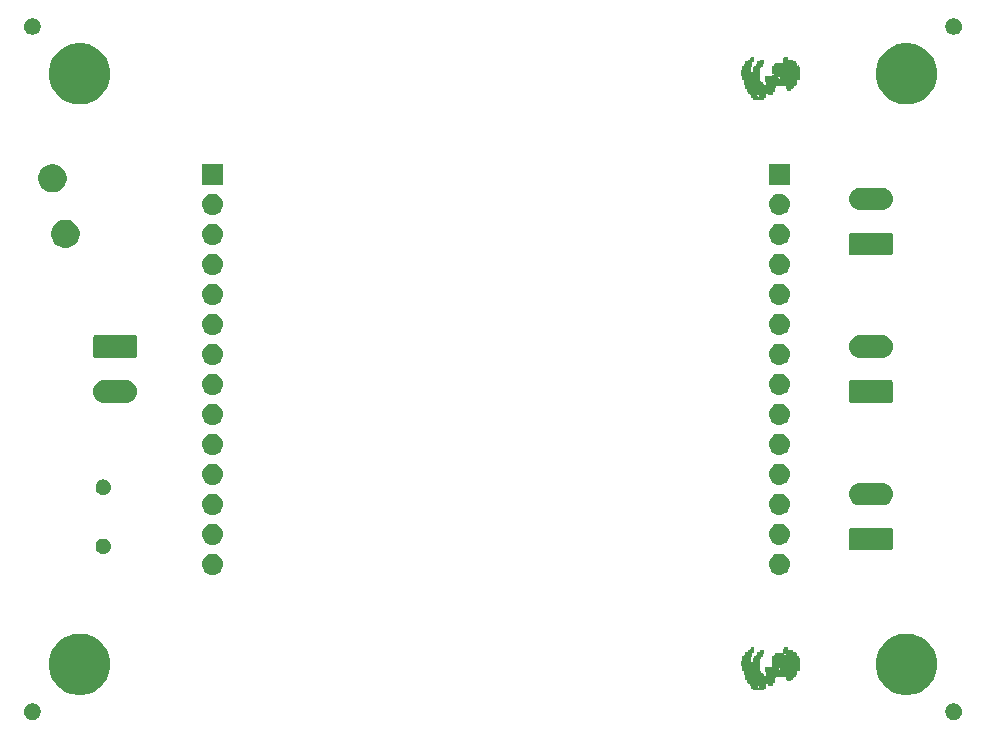
<source format=gbs>
G04 #@! TF.GenerationSoftware,KiCad,Pcbnew,(5.1.2-1)-1*
G04 #@! TF.CreationDate,2023-07-05T23:23:31-04:00*
G04 #@! TF.ProjectId,AmpClassD_Daugher,416d7043-6c61-4737-9344-5f4461756768,rev?*
G04 #@! TF.SameCoordinates,Original*
G04 #@! TF.FileFunction,Soldermask,Bot*
G04 #@! TF.FilePolarity,Negative*
%FSLAX46Y46*%
G04 Gerber Fmt 4.6, Leading zero omitted, Abs format (unit mm)*
G04 Created by KiCad (PCBNEW (5.1.2-1)-1) date 2023-07-05 23:23:31*
%MOMM*%
%LPD*%
G04 APERTURE LIST*
%ADD10C,0.010000*%
%ADD11C,0.100000*%
G04 APERTURE END LIST*
D10*
G36*
X126103000Y-40063500D02*
G01*
X126103000Y-40444500D01*
X126230000Y-40444500D01*
X126230000Y-40825500D01*
X126357000Y-40825500D01*
X126357000Y-41206500D01*
X126484000Y-41206500D01*
X126484000Y-41460500D01*
X126611000Y-41460500D01*
X126611000Y-41587500D01*
X126738000Y-41587500D01*
X126738000Y-41714500D01*
X126865000Y-41714500D01*
X126865000Y-41968500D01*
X126992000Y-41968500D01*
X126992000Y-42095500D01*
X127881000Y-42095500D01*
X127881000Y-41968500D01*
X128008000Y-41968500D01*
X128008000Y-41460500D01*
X128135000Y-41460500D01*
X128135000Y-41587500D01*
X128262000Y-41587500D01*
X128262000Y-41714500D01*
X128643000Y-41714500D01*
X128643000Y-41460500D01*
X128770000Y-41460500D01*
X128770000Y-41079500D01*
X128897000Y-41079500D01*
X128897000Y-40952500D01*
X129786000Y-40952500D01*
X129786000Y-41206500D01*
X129913000Y-41206500D01*
X129913000Y-41333500D01*
X130167000Y-41333500D01*
X130167000Y-41206500D01*
X130294000Y-41206500D01*
X130294000Y-41079500D01*
X130421000Y-41079500D01*
X130421000Y-40952500D01*
X130548000Y-40952500D01*
X130548000Y-40825500D01*
X130675000Y-40825500D01*
X130675000Y-40444500D01*
X130928975Y-40444500D01*
X130929622Y-39935865D01*
X130930270Y-39427230D01*
X130866051Y-39427948D01*
X130801832Y-39428667D01*
X130802551Y-39364448D01*
X130803270Y-39300230D01*
X130739135Y-39300948D01*
X130675000Y-39301667D01*
X130675000Y-39047500D01*
X130548000Y-39047500D01*
X130548000Y-38920500D01*
X130294000Y-38920500D01*
X130294000Y-38793500D01*
X129913000Y-38793500D01*
X129913000Y-38539500D01*
X129659000Y-38539500D01*
X129659000Y-38666500D01*
X129532000Y-38666500D01*
X129532000Y-39047500D01*
X129786000Y-39047500D01*
X129786000Y-39174500D01*
X129532000Y-39174500D01*
X129532000Y-39047500D01*
X129024000Y-39047500D01*
X129024000Y-40190500D01*
X129278000Y-40190500D01*
X129278000Y-40444500D01*
X129151000Y-40444500D01*
X129151000Y-40317500D01*
X129024000Y-40317500D01*
X129024000Y-40190500D01*
X129024000Y-39047500D01*
X128897000Y-39047500D01*
X128897000Y-39174500D01*
X128770000Y-39174500D01*
X128770000Y-39301500D01*
X128643000Y-39301500D01*
X128643000Y-39936500D01*
X128770000Y-39936500D01*
X128770000Y-40063500D01*
X128643000Y-40063500D01*
X128643000Y-40190500D01*
X128008000Y-40190500D01*
X128008000Y-40571500D01*
X128135000Y-40571500D01*
X128135000Y-40952500D01*
X127881000Y-40952500D01*
X127881000Y-40825500D01*
X127754000Y-40825500D01*
X127754000Y-40698500D01*
X127627000Y-40698500D01*
X127627000Y-40571500D01*
X127500000Y-40571500D01*
X127500000Y-39428500D01*
X127627000Y-39428500D01*
X127627000Y-39301500D01*
X127754000Y-39301500D01*
X127754000Y-39047500D01*
X127881000Y-39047500D01*
X127881000Y-38793500D01*
X127627000Y-38793500D01*
X127627000Y-38920500D01*
X127373000Y-38920500D01*
X127373000Y-39174500D01*
X127246000Y-39174500D01*
X127246000Y-39301500D01*
X127246000Y-41587500D01*
X127373000Y-41587500D01*
X127373000Y-41714500D01*
X127500000Y-41714500D01*
X127500000Y-41968500D01*
X127373000Y-41968500D01*
X127373000Y-41841500D01*
X127246000Y-41841500D01*
X127246000Y-41587500D01*
X127246000Y-39301500D01*
X127119000Y-39301500D01*
X127119000Y-39428500D01*
X126992000Y-39428500D01*
X126992000Y-39809500D01*
X126865000Y-39809500D01*
X126865000Y-40571500D01*
X126738000Y-40571500D01*
X126738000Y-39301500D01*
X126865000Y-39301500D01*
X126865000Y-38920500D01*
X126992000Y-38920500D01*
X126992000Y-38539500D01*
X126865000Y-38539500D01*
X126865000Y-38666500D01*
X126738000Y-38666500D01*
X126738000Y-38793500D01*
X126611000Y-38793500D01*
X126611000Y-38920500D01*
X126357000Y-38920500D01*
X126357000Y-39174500D01*
X126230000Y-39174500D01*
X126230000Y-39301500D01*
X126103000Y-39301500D01*
X126103000Y-39682500D01*
X125976000Y-39682500D01*
X125976000Y-40063500D01*
X126103000Y-40063500D01*
X126103000Y-40063500D01*
G37*
X126103000Y-40063500D02*
X126103000Y-40444500D01*
X126230000Y-40444500D01*
X126230000Y-40825500D01*
X126357000Y-40825500D01*
X126357000Y-41206500D01*
X126484000Y-41206500D01*
X126484000Y-41460500D01*
X126611000Y-41460500D01*
X126611000Y-41587500D01*
X126738000Y-41587500D01*
X126738000Y-41714500D01*
X126865000Y-41714500D01*
X126865000Y-41968500D01*
X126992000Y-41968500D01*
X126992000Y-42095500D01*
X127881000Y-42095500D01*
X127881000Y-41968500D01*
X128008000Y-41968500D01*
X128008000Y-41460500D01*
X128135000Y-41460500D01*
X128135000Y-41587500D01*
X128262000Y-41587500D01*
X128262000Y-41714500D01*
X128643000Y-41714500D01*
X128643000Y-41460500D01*
X128770000Y-41460500D01*
X128770000Y-41079500D01*
X128897000Y-41079500D01*
X128897000Y-40952500D01*
X129786000Y-40952500D01*
X129786000Y-41206500D01*
X129913000Y-41206500D01*
X129913000Y-41333500D01*
X130167000Y-41333500D01*
X130167000Y-41206500D01*
X130294000Y-41206500D01*
X130294000Y-41079500D01*
X130421000Y-41079500D01*
X130421000Y-40952500D01*
X130548000Y-40952500D01*
X130548000Y-40825500D01*
X130675000Y-40825500D01*
X130675000Y-40444500D01*
X130928975Y-40444500D01*
X130929622Y-39935865D01*
X130930270Y-39427230D01*
X130866051Y-39427948D01*
X130801832Y-39428667D01*
X130802551Y-39364448D01*
X130803270Y-39300230D01*
X130739135Y-39300948D01*
X130675000Y-39301667D01*
X130675000Y-39047500D01*
X130548000Y-39047500D01*
X130548000Y-38920500D01*
X130294000Y-38920500D01*
X130294000Y-38793500D01*
X129913000Y-38793500D01*
X129913000Y-38539500D01*
X129659000Y-38539500D01*
X129659000Y-38666500D01*
X129532000Y-38666500D01*
X129532000Y-39047500D01*
X129786000Y-39047500D01*
X129786000Y-39174500D01*
X129532000Y-39174500D01*
X129532000Y-39047500D01*
X129024000Y-39047500D01*
X129024000Y-40190500D01*
X129278000Y-40190500D01*
X129278000Y-40444500D01*
X129151000Y-40444500D01*
X129151000Y-40317500D01*
X129024000Y-40317500D01*
X129024000Y-40190500D01*
X129024000Y-39047500D01*
X128897000Y-39047500D01*
X128897000Y-39174500D01*
X128770000Y-39174500D01*
X128770000Y-39301500D01*
X128643000Y-39301500D01*
X128643000Y-39936500D01*
X128770000Y-39936500D01*
X128770000Y-40063500D01*
X128643000Y-40063500D01*
X128643000Y-40190500D01*
X128008000Y-40190500D01*
X128008000Y-40571500D01*
X128135000Y-40571500D01*
X128135000Y-40952500D01*
X127881000Y-40952500D01*
X127881000Y-40825500D01*
X127754000Y-40825500D01*
X127754000Y-40698500D01*
X127627000Y-40698500D01*
X127627000Y-40571500D01*
X127500000Y-40571500D01*
X127500000Y-39428500D01*
X127627000Y-39428500D01*
X127627000Y-39301500D01*
X127754000Y-39301500D01*
X127754000Y-39047500D01*
X127881000Y-39047500D01*
X127881000Y-38793500D01*
X127627000Y-38793500D01*
X127627000Y-38920500D01*
X127373000Y-38920500D01*
X127373000Y-39174500D01*
X127246000Y-39174500D01*
X127246000Y-39301500D01*
X127246000Y-41587500D01*
X127373000Y-41587500D01*
X127373000Y-41714500D01*
X127500000Y-41714500D01*
X127500000Y-41968500D01*
X127373000Y-41968500D01*
X127373000Y-41841500D01*
X127246000Y-41841500D01*
X127246000Y-41587500D01*
X127246000Y-39301500D01*
X127119000Y-39301500D01*
X127119000Y-39428500D01*
X126992000Y-39428500D01*
X126992000Y-39809500D01*
X126865000Y-39809500D01*
X126865000Y-40571500D01*
X126738000Y-40571500D01*
X126738000Y-39301500D01*
X126865000Y-39301500D01*
X126865000Y-38920500D01*
X126992000Y-38920500D01*
X126992000Y-38539500D01*
X126865000Y-38539500D01*
X126865000Y-38666500D01*
X126738000Y-38666500D01*
X126738000Y-38793500D01*
X126611000Y-38793500D01*
X126611000Y-38920500D01*
X126357000Y-38920500D01*
X126357000Y-39174500D01*
X126230000Y-39174500D01*
X126230000Y-39301500D01*
X126103000Y-39301500D01*
X126103000Y-39682500D01*
X125976000Y-39682500D01*
X125976000Y-40063500D01*
X126103000Y-40063500D01*
G36*
X126103000Y-90063500D02*
G01*
X126103000Y-90444500D01*
X126230000Y-90444500D01*
X126230000Y-90825500D01*
X126357000Y-90825500D01*
X126357000Y-91206500D01*
X126484000Y-91206500D01*
X126484000Y-91460500D01*
X126611000Y-91460500D01*
X126611000Y-91587500D01*
X126738000Y-91587500D01*
X126738000Y-91714500D01*
X126865000Y-91714500D01*
X126865000Y-91968500D01*
X126992000Y-91968500D01*
X126992000Y-92095500D01*
X127881000Y-92095500D01*
X127881000Y-91968500D01*
X128008000Y-91968500D01*
X128008000Y-91460500D01*
X128135000Y-91460500D01*
X128135000Y-91587500D01*
X128262000Y-91587500D01*
X128262000Y-91714500D01*
X128643000Y-91714500D01*
X128643000Y-91460500D01*
X128770000Y-91460500D01*
X128770000Y-91079500D01*
X128897000Y-91079500D01*
X128897000Y-90952500D01*
X129786000Y-90952500D01*
X129786000Y-91206500D01*
X129913000Y-91206500D01*
X129913000Y-91333500D01*
X130167000Y-91333500D01*
X130167000Y-91206500D01*
X130294000Y-91206500D01*
X130294000Y-91079500D01*
X130421000Y-91079500D01*
X130421000Y-90952500D01*
X130548000Y-90952500D01*
X130548000Y-90825500D01*
X130675000Y-90825500D01*
X130675000Y-90444500D01*
X130928975Y-90444500D01*
X130929622Y-89935865D01*
X130930270Y-89427230D01*
X130866051Y-89427948D01*
X130801832Y-89428667D01*
X130802551Y-89364448D01*
X130803270Y-89300230D01*
X130739135Y-89300948D01*
X130675000Y-89301667D01*
X130675000Y-89047500D01*
X130548000Y-89047500D01*
X130548000Y-88920500D01*
X130294000Y-88920500D01*
X130294000Y-88793500D01*
X129913000Y-88793500D01*
X129913000Y-88539500D01*
X129659000Y-88539500D01*
X129659000Y-88666500D01*
X129532000Y-88666500D01*
X129532000Y-89047500D01*
X129786000Y-89047500D01*
X129786000Y-89174500D01*
X129532000Y-89174500D01*
X129532000Y-89047500D01*
X129024000Y-89047500D01*
X129024000Y-90190500D01*
X129278000Y-90190500D01*
X129278000Y-90444500D01*
X129151000Y-90444500D01*
X129151000Y-90317500D01*
X129024000Y-90317500D01*
X129024000Y-90190500D01*
X129024000Y-89047500D01*
X128897000Y-89047500D01*
X128897000Y-89174500D01*
X128770000Y-89174500D01*
X128770000Y-89301500D01*
X128643000Y-89301500D01*
X128643000Y-89936500D01*
X128770000Y-89936500D01*
X128770000Y-90063500D01*
X128643000Y-90063500D01*
X128643000Y-90190500D01*
X128008000Y-90190500D01*
X128008000Y-90571500D01*
X128135000Y-90571500D01*
X128135000Y-90952500D01*
X127881000Y-90952500D01*
X127881000Y-90825500D01*
X127754000Y-90825500D01*
X127754000Y-90698500D01*
X127627000Y-90698500D01*
X127627000Y-90571500D01*
X127500000Y-90571500D01*
X127500000Y-89428500D01*
X127627000Y-89428500D01*
X127627000Y-89301500D01*
X127754000Y-89301500D01*
X127754000Y-89047500D01*
X127881000Y-89047500D01*
X127881000Y-88793500D01*
X127627000Y-88793500D01*
X127627000Y-88920500D01*
X127373000Y-88920500D01*
X127373000Y-89174500D01*
X127246000Y-89174500D01*
X127246000Y-89301500D01*
X127246000Y-91587500D01*
X127373000Y-91587500D01*
X127373000Y-91714500D01*
X127500000Y-91714500D01*
X127500000Y-91968500D01*
X127373000Y-91968500D01*
X127373000Y-91841500D01*
X127246000Y-91841500D01*
X127246000Y-91587500D01*
X127246000Y-89301500D01*
X127119000Y-89301500D01*
X127119000Y-89428500D01*
X126992000Y-89428500D01*
X126992000Y-89809500D01*
X126865000Y-89809500D01*
X126865000Y-90571500D01*
X126738000Y-90571500D01*
X126738000Y-89301500D01*
X126865000Y-89301500D01*
X126865000Y-88920500D01*
X126992000Y-88920500D01*
X126992000Y-88539500D01*
X126865000Y-88539500D01*
X126865000Y-88666500D01*
X126738000Y-88666500D01*
X126738000Y-88793500D01*
X126611000Y-88793500D01*
X126611000Y-88920500D01*
X126357000Y-88920500D01*
X126357000Y-89174500D01*
X126230000Y-89174500D01*
X126230000Y-89301500D01*
X126103000Y-89301500D01*
X126103000Y-89682500D01*
X125976000Y-89682500D01*
X125976000Y-90063500D01*
X126103000Y-90063500D01*
X126103000Y-90063500D01*
G37*
X126103000Y-90063500D02*
X126103000Y-90444500D01*
X126230000Y-90444500D01*
X126230000Y-90825500D01*
X126357000Y-90825500D01*
X126357000Y-91206500D01*
X126484000Y-91206500D01*
X126484000Y-91460500D01*
X126611000Y-91460500D01*
X126611000Y-91587500D01*
X126738000Y-91587500D01*
X126738000Y-91714500D01*
X126865000Y-91714500D01*
X126865000Y-91968500D01*
X126992000Y-91968500D01*
X126992000Y-92095500D01*
X127881000Y-92095500D01*
X127881000Y-91968500D01*
X128008000Y-91968500D01*
X128008000Y-91460500D01*
X128135000Y-91460500D01*
X128135000Y-91587500D01*
X128262000Y-91587500D01*
X128262000Y-91714500D01*
X128643000Y-91714500D01*
X128643000Y-91460500D01*
X128770000Y-91460500D01*
X128770000Y-91079500D01*
X128897000Y-91079500D01*
X128897000Y-90952500D01*
X129786000Y-90952500D01*
X129786000Y-91206500D01*
X129913000Y-91206500D01*
X129913000Y-91333500D01*
X130167000Y-91333500D01*
X130167000Y-91206500D01*
X130294000Y-91206500D01*
X130294000Y-91079500D01*
X130421000Y-91079500D01*
X130421000Y-90952500D01*
X130548000Y-90952500D01*
X130548000Y-90825500D01*
X130675000Y-90825500D01*
X130675000Y-90444500D01*
X130928975Y-90444500D01*
X130929622Y-89935865D01*
X130930270Y-89427230D01*
X130866051Y-89427948D01*
X130801832Y-89428667D01*
X130802551Y-89364448D01*
X130803270Y-89300230D01*
X130739135Y-89300948D01*
X130675000Y-89301667D01*
X130675000Y-89047500D01*
X130548000Y-89047500D01*
X130548000Y-88920500D01*
X130294000Y-88920500D01*
X130294000Y-88793500D01*
X129913000Y-88793500D01*
X129913000Y-88539500D01*
X129659000Y-88539500D01*
X129659000Y-88666500D01*
X129532000Y-88666500D01*
X129532000Y-89047500D01*
X129786000Y-89047500D01*
X129786000Y-89174500D01*
X129532000Y-89174500D01*
X129532000Y-89047500D01*
X129024000Y-89047500D01*
X129024000Y-90190500D01*
X129278000Y-90190500D01*
X129278000Y-90444500D01*
X129151000Y-90444500D01*
X129151000Y-90317500D01*
X129024000Y-90317500D01*
X129024000Y-90190500D01*
X129024000Y-89047500D01*
X128897000Y-89047500D01*
X128897000Y-89174500D01*
X128770000Y-89174500D01*
X128770000Y-89301500D01*
X128643000Y-89301500D01*
X128643000Y-89936500D01*
X128770000Y-89936500D01*
X128770000Y-90063500D01*
X128643000Y-90063500D01*
X128643000Y-90190500D01*
X128008000Y-90190500D01*
X128008000Y-90571500D01*
X128135000Y-90571500D01*
X128135000Y-90952500D01*
X127881000Y-90952500D01*
X127881000Y-90825500D01*
X127754000Y-90825500D01*
X127754000Y-90698500D01*
X127627000Y-90698500D01*
X127627000Y-90571500D01*
X127500000Y-90571500D01*
X127500000Y-89428500D01*
X127627000Y-89428500D01*
X127627000Y-89301500D01*
X127754000Y-89301500D01*
X127754000Y-89047500D01*
X127881000Y-89047500D01*
X127881000Y-88793500D01*
X127627000Y-88793500D01*
X127627000Y-88920500D01*
X127373000Y-88920500D01*
X127373000Y-89174500D01*
X127246000Y-89174500D01*
X127246000Y-89301500D01*
X127246000Y-91587500D01*
X127373000Y-91587500D01*
X127373000Y-91714500D01*
X127500000Y-91714500D01*
X127500000Y-91968500D01*
X127373000Y-91968500D01*
X127373000Y-91841500D01*
X127246000Y-91841500D01*
X127246000Y-91587500D01*
X127246000Y-89301500D01*
X127119000Y-89301500D01*
X127119000Y-89428500D01*
X126992000Y-89428500D01*
X126992000Y-89809500D01*
X126865000Y-89809500D01*
X126865000Y-90571500D01*
X126738000Y-90571500D01*
X126738000Y-89301500D01*
X126865000Y-89301500D01*
X126865000Y-88920500D01*
X126992000Y-88920500D01*
X126992000Y-88539500D01*
X126865000Y-88539500D01*
X126865000Y-88666500D01*
X126738000Y-88666500D01*
X126738000Y-88793500D01*
X126611000Y-88793500D01*
X126611000Y-88920500D01*
X126357000Y-88920500D01*
X126357000Y-89174500D01*
X126230000Y-89174500D01*
X126230000Y-89301500D01*
X126103000Y-89301500D01*
X126103000Y-89682500D01*
X125976000Y-89682500D01*
X125976000Y-90063500D01*
X126103000Y-90063500D01*
D11*
G36*
X144204473Y-93325938D02*
G01*
X144332049Y-93378782D01*
X144446859Y-93455495D01*
X144544505Y-93553141D01*
X144621218Y-93667951D01*
X144674062Y-93795527D01*
X144701000Y-93930956D01*
X144701000Y-94069044D01*
X144674062Y-94204473D01*
X144621218Y-94332049D01*
X144544505Y-94446859D01*
X144446859Y-94544505D01*
X144332049Y-94621218D01*
X144204473Y-94674062D01*
X144069044Y-94701000D01*
X143930956Y-94701000D01*
X143795527Y-94674062D01*
X143667951Y-94621218D01*
X143553141Y-94544505D01*
X143455495Y-94446859D01*
X143378782Y-94332049D01*
X143325938Y-94204473D01*
X143299000Y-94069044D01*
X143299000Y-93930956D01*
X143325938Y-93795527D01*
X143378782Y-93667951D01*
X143455495Y-93553141D01*
X143553141Y-93455495D01*
X143667951Y-93378782D01*
X143795527Y-93325938D01*
X143930956Y-93299000D01*
X144069044Y-93299000D01*
X144204473Y-93325938D01*
X144204473Y-93325938D01*
G37*
G36*
X66204473Y-93325938D02*
G01*
X66332049Y-93378782D01*
X66446859Y-93455495D01*
X66544505Y-93553141D01*
X66621218Y-93667951D01*
X66674062Y-93795527D01*
X66701000Y-93930956D01*
X66701000Y-94069044D01*
X66674062Y-94204473D01*
X66621218Y-94332049D01*
X66544505Y-94446859D01*
X66446859Y-94544505D01*
X66332049Y-94621218D01*
X66204473Y-94674062D01*
X66069044Y-94701000D01*
X65930956Y-94701000D01*
X65795527Y-94674062D01*
X65667951Y-94621218D01*
X65553141Y-94544505D01*
X65455495Y-94446859D01*
X65378782Y-94332049D01*
X65325938Y-94204473D01*
X65299000Y-94069044D01*
X65299000Y-93930956D01*
X65325938Y-93795527D01*
X65378782Y-93667951D01*
X65455495Y-93553141D01*
X65553141Y-93455495D01*
X65667951Y-93378782D01*
X65795527Y-93325938D01*
X65930956Y-93299000D01*
X66069044Y-93299000D01*
X66204473Y-93325938D01*
X66204473Y-93325938D01*
G37*
G36*
X140591318Y-87465052D02*
G01*
X140758859Y-87498378D01*
X141232320Y-87694492D01*
X141658423Y-87979205D01*
X142020795Y-88341577D01*
X142305508Y-88767680D01*
X142501622Y-89241141D01*
X142601600Y-89743765D01*
X142601600Y-90256235D01*
X142501622Y-90758859D01*
X142305508Y-91232320D01*
X142020795Y-91658423D01*
X141658423Y-92020795D01*
X141232320Y-92305508D01*
X140758859Y-92501622D01*
X140591318Y-92534948D01*
X140256237Y-92601600D01*
X139743763Y-92601600D01*
X139408682Y-92534948D01*
X139241141Y-92501622D01*
X138767680Y-92305508D01*
X138341577Y-92020795D01*
X137979205Y-91658423D01*
X137694492Y-91232320D01*
X137498378Y-90758859D01*
X137398400Y-90256235D01*
X137398400Y-89743765D01*
X137498378Y-89241141D01*
X137694492Y-88767680D01*
X137979205Y-88341577D01*
X138341577Y-87979205D01*
X138767680Y-87694492D01*
X139241141Y-87498378D01*
X139408682Y-87465052D01*
X139743763Y-87398400D01*
X140256237Y-87398400D01*
X140591318Y-87465052D01*
X140591318Y-87465052D01*
G37*
G36*
X70591318Y-87465052D02*
G01*
X70758859Y-87498378D01*
X71232320Y-87694492D01*
X71658423Y-87979205D01*
X72020795Y-88341577D01*
X72305508Y-88767680D01*
X72501622Y-89241141D01*
X72601600Y-89743765D01*
X72601600Y-90256235D01*
X72501622Y-90758859D01*
X72305508Y-91232320D01*
X72020795Y-91658423D01*
X71658423Y-92020795D01*
X71232320Y-92305508D01*
X70758859Y-92501622D01*
X70591318Y-92534948D01*
X70256237Y-92601600D01*
X69743763Y-92601600D01*
X69408682Y-92534948D01*
X69241141Y-92501622D01*
X68767680Y-92305508D01*
X68341577Y-92020795D01*
X67979205Y-91658423D01*
X67694492Y-91232320D01*
X67498378Y-90758859D01*
X67398400Y-90256235D01*
X67398400Y-89743765D01*
X67498378Y-89241141D01*
X67694492Y-88767680D01*
X67979205Y-88341577D01*
X68341577Y-87979205D01*
X68767680Y-87694492D01*
X69241141Y-87498378D01*
X69408682Y-87465052D01*
X69743763Y-87398400D01*
X70256237Y-87398400D01*
X70591318Y-87465052D01*
X70591318Y-87465052D01*
G37*
G36*
X129360442Y-80625518D02*
G01*
X129426627Y-80632037D01*
X129596466Y-80683557D01*
X129752991Y-80767222D01*
X129788729Y-80796552D01*
X129890186Y-80879814D01*
X129973448Y-80981271D01*
X130002778Y-81017009D01*
X130086443Y-81173534D01*
X130137963Y-81343373D01*
X130155359Y-81520000D01*
X130137963Y-81696627D01*
X130086443Y-81866466D01*
X130002778Y-82022991D01*
X129973448Y-82058729D01*
X129890186Y-82160186D01*
X129788729Y-82243448D01*
X129752991Y-82272778D01*
X129596466Y-82356443D01*
X129426627Y-82407963D01*
X129360443Y-82414481D01*
X129294260Y-82421000D01*
X129205740Y-82421000D01*
X129139557Y-82414481D01*
X129073373Y-82407963D01*
X128903534Y-82356443D01*
X128747009Y-82272778D01*
X128711271Y-82243448D01*
X128609814Y-82160186D01*
X128526552Y-82058729D01*
X128497222Y-82022991D01*
X128413557Y-81866466D01*
X128362037Y-81696627D01*
X128344641Y-81520000D01*
X128362037Y-81343373D01*
X128413557Y-81173534D01*
X128497222Y-81017009D01*
X128526552Y-80981271D01*
X128609814Y-80879814D01*
X128711271Y-80796552D01*
X128747009Y-80767222D01*
X128903534Y-80683557D01*
X129073373Y-80632037D01*
X129139558Y-80625518D01*
X129205740Y-80619000D01*
X129294260Y-80619000D01*
X129360442Y-80625518D01*
X129360442Y-80625518D01*
G37*
G36*
X81360442Y-80625518D02*
G01*
X81426627Y-80632037D01*
X81596466Y-80683557D01*
X81752991Y-80767222D01*
X81788729Y-80796552D01*
X81890186Y-80879814D01*
X81973448Y-80981271D01*
X82002778Y-81017009D01*
X82086443Y-81173534D01*
X82137963Y-81343373D01*
X82155359Y-81520000D01*
X82137963Y-81696627D01*
X82086443Y-81866466D01*
X82002778Y-82022991D01*
X81973448Y-82058729D01*
X81890186Y-82160186D01*
X81788729Y-82243448D01*
X81752991Y-82272778D01*
X81596466Y-82356443D01*
X81426627Y-82407963D01*
X81360443Y-82414481D01*
X81294260Y-82421000D01*
X81205740Y-82421000D01*
X81139557Y-82414481D01*
X81073373Y-82407963D01*
X80903534Y-82356443D01*
X80747009Y-82272778D01*
X80711271Y-82243448D01*
X80609814Y-82160186D01*
X80526552Y-82058729D01*
X80497222Y-82022991D01*
X80413557Y-81866466D01*
X80362037Y-81696627D01*
X80344641Y-81520000D01*
X80362037Y-81343373D01*
X80413557Y-81173534D01*
X80497222Y-81017009D01*
X80526552Y-80981271D01*
X80609814Y-80879814D01*
X80711271Y-80796552D01*
X80747009Y-80767222D01*
X80903534Y-80683557D01*
X81073373Y-80632037D01*
X81139558Y-80625518D01*
X81205740Y-80619000D01*
X81294260Y-80619000D01*
X81360442Y-80625518D01*
X81360442Y-80625518D01*
G37*
G36*
X72189890Y-79374017D02*
G01*
X72308364Y-79423091D01*
X72414988Y-79494335D01*
X72505665Y-79585012D01*
X72576909Y-79691636D01*
X72625983Y-79810110D01*
X72651000Y-79935882D01*
X72651000Y-80064118D01*
X72625983Y-80189890D01*
X72576909Y-80308364D01*
X72505665Y-80414988D01*
X72414988Y-80505665D01*
X72308364Y-80576909D01*
X72308363Y-80576910D01*
X72308362Y-80576910D01*
X72189890Y-80625983D01*
X72064119Y-80651000D01*
X71935881Y-80651000D01*
X71810110Y-80625983D01*
X71691638Y-80576910D01*
X71691637Y-80576910D01*
X71691636Y-80576909D01*
X71585012Y-80505665D01*
X71494335Y-80414988D01*
X71423091Y-80308364D01*
X71374017Y-80189890D01*
X71349000Y-80064118D01*
X71349000Y-79935882D01*
X71374017Y-79810110D01*
X71423091Y-79691636D01*
X71494335Y-79585012D01*
X71585012Y-79494335D01*
X71691636Y-79423091D01*
X71810110Y-79374017D01*
X71935881Y-79349000D01*
X72064119Y-79349000D01*
X72189890Y-79374017D01*
X72189890Y-79374017D01*
G37*
G36*
X138710915Y-78457934D02*
G01*
X138743424Y-78467795D01*
X138773382Y-78483809D01*
X138799641Y-78505359D01*
X138821191Y-78531618D01*
X138837205Y-78561576D01*
X138847066Y-78594085D01*
X138851000Y-78634029D01*
X138851000Y-80175971D01*
X138847066Y-80215915D01*
X138837205Y-80248424D01*
X138821191Y-80278382D01*
X138799641Y-80304641D01*
X138773382Y-80326191D01*
X138743424Y-80342205D01*
X138710915Y-80352066D01*
X138670971Y-80356000D01*
X135329029Y-80356000D01*
X135289085Y-80352066D01*
X135256576Y-80342205D01*
X135226618Y-80326191D01*
X135200359Y-80304641D01*
X135178809Y-80278382D01*
X135162795Y-80248424D01*
X135152934Y-80215915D01*
X135149000Y-80175971D01*
X135149000Y-78634029D01*
X135152934Y-78594085D01*
X135162795Y-78561576D01*
X135178809Y-78531618D01*
X135200359Y-78505359D01*
X135226618Y-78483809D01*
X135256576Y-78467795D01*
X135289085Y-78457934D01*
X135329029Y-78454000D01*
X138670971Y-78454000D01*
X138710915Y-78457934D01*
X138710915Y-78457934D01*
G37*
G36*
X129360442Y-78085518D02*
G01*
X129426627Y-78092037D01*
X129596466Y-78143557D01*
X129752991Y-78227222D01*
X129788729Y-78256552D01*
X129890186Y-78339814D01*
X129973448Y-78441271D01*
X130002778Y-78477009D01*
X130086443Y-78633534D01*
X130137963Y-78803373D01*
X130155359Y-78980000D01*
X130137963Y-79156627D01*
X130086443Y-79326466D01*
X130002778Y-79482991D01*
X129993468Y-79494335D01*
X129890186Y-79620186D01*
X129803120Y-79691638D01*
X129752991Y-79732778D01*
X129596466Y-79816443D01*
X129426627Y-79867963D01*
X129360442Y-79874482D01*
X129294260Y-79881000D01*
X129205740Y-79881000D01*
X129139558Y-79874482D01*
X129073373Y-79867963D01*
X128903534Y-79816443D01*
X128747009Y-79732778D01*
X128696880Y-79691638D01*
X128609814Y-79620186D01*
X128506532Y-79494335D01*
X128497222Y-79482991D01*
X128413557Y-79326466D01*
X128362037Y-79156627D01*
X128344641Y-78980000D01*
X128362037Y-78803373D01*
X128413557Y-78633534D01*
X128497222Y-78477009D01*
X128526552Y-78441271D01*
X128609814Y-78339814D01*
X128711271Y-78256552D01*
X128747009Y-78227222D01*
X128903534Y-78143557D01*
X129073373Y-78092037D01*
X129139558Y-78085518D01*
X129205740Y-78079000D01*
X129294260Y-78079000D01*
X129360442Y-78085518D01*
X129360442Y-78085518D01*
G37*
G36*
X81360442Y-78085518D02*
G01*
X81426627Y-78092037D01*
X81596466Y-78143557D01*
X81752991Y-78227222D01*
X81788729Y-78256552D01*
X81890186Y-78339814D01*
X81973448Y-78441271D01*
X82002778Y-78477009D01*
X82086443Y-78633534D01*
X82137963Y-78803373D01*
X82155359Y-78980000D01*
X82137963Y-79156627D01*
X82086443Y-79326466D01*
X82002778Y-79482991D01*
X81993468Y-79494335D01*
X81890186Y-79620186D01*
X81803120Y-79691638D01*
X81752991Y-79732778D01*
X81596466Y-79816443D01*
X81426627Y-79867963D01*
X81360442Y-79874482D01*
X81294260Y-79881000D01*
X81205740Y-79881000D01*
X81139558Y-79874482D01*
X81073373Y-79867963D01*
X80903534Y-79816443D01*
X80747009Y-79732778D01*
X80696880Y-79691638D01*
X80609814Y-79620186D01*
X80506532Y-79494335D01*
X80497222Y-79482991D01*
X80413557Y-79326466D01*
X80362037Y-79156627D01*
X80344641Y-78980000D01*
X80362037Y-78803373D01*
X80413557Y-78633534D01*
X80497222Y-78477009D01*
X80526552Y-78441271D01*
X80609814Y-78339814D01*
X80711271Y-78256552D01*
X80747009Y-78227222D01*
X80903534Y-78143557D01*
X81073373Y-78092037D01*
X81139558Y-78085518D01*
X81205740Y-78079000D01*
X81294260Y-78079000D01*
X81360442Y-78085518D01*
X81360442Y-78085518D01*
G37*
G36*
X129360442Y-75545518D02*
G01*
X129426627Y-75552037D01*
X129596466Y-75603557D01*
X129752991Y-75687222D01*
X129788729Y-75716552D01*
X129890186Y-75799814D01*
X129973448Y-75901271D01*
X130002778Y-75937009D01*
X130086443Y-76093534D01*
X130137963Y-76263373D01*
X130155359Y-76440000D01*
X130137963Y-76616627D01*
X130086443Y-76786466D01*
X130002778Y-76942991D01*
X129973448Y-76978729D01*
X129890186Y-77080186D01*
X129788729Y-77163448D01*
X129752991Y-77192778D01*
X129596466Y-77276443D01*
X129426627Y-77327963D01*
X129360442Y-77334482D01*
X129294260Y-77341000D01*
X129205740Y-77341000D01*
X129139558Y-77334482D01*
X129073373Y-77327963D01*
X128903534Y-77276443D01*
X128747009Y-77192778D01*
X128711271Y-77163448D01*
X128609814Y-77080186D01*
X128526552Y-76978729D01*
X128497222Y-76942991D01*
X128413557Y-76786466D01*
X128362037Y-76616627D01*
X128344641Y-76440000D01*
X128362037Y-76263373D01*
X128413557Y-76093534D01*
X128497222Y-75937009D01*
X128526552Y-75901271D01*
X128609814Y-75799814D01*
X128711271Y-75716552D01*
X128747009Y-75687222D01*
X128903534Y-75603557D01*
X129073373Y-75552037D01*
X129139558Y-75545518D01*
X129205740Y-75539000D01*
X129294260Y-75539000D01*
X129360442Y-75545518D01*
X129360442Y-75545518D01*
G37*
G36*
X81360442Y-75545518D02*
G01*
X81426627Y-75552037D01*
X81596466Y-75603557D01*
X81752991Y-75687222D01*
X81788729Y-75716552D01*
X81890186Y-75799814D01*
X81973448Y-75901271D01*
X82002778Y-75937009D01*
X82086443Y-76093534D01*
X82137963Y-76263373D01*
X82155359Y-76440000D01*
X82137963Y-76616627D01*
X82086443Y-76786466D01*
X82002778Y-76942991D01*
X81973448Y-76978729D01*
X81890186Y-77080186D01*
X81788729Y-77163448D01*
X81752991Y-77192778D01*
X81596466Y-77276443D01*
X81426627Y-77327963D01*
X81360442Y-77334482D01*
X81294260Y-77341000D01*
X81205740Y-77341000D01*
X81139558Y-77334482D01*
X81073373Y-77327963D01*
X80903534Y-77276443D01*
X80747009Y-77192778D01*
X80711271Y-77163448D01*
X80609814Y-77080186D01*
X80526552Y-76978729D01*
X80497222Y-76942991D01*
X80413557Y-76786466D01*
X80362037Y-76616627D01*
X80344641Y-76440000D01*
X80362037Y-76263373D01*
X80413557Y-76093534D01*
X80497222Y-75937009D01*
X80526552Y-75901271D01*
X80609814Y-75799814D01*
X80711271Y-75716552D01*
X80747009Y-75687222D01*
X80903534Y-75603557D01*
X81073373Y-75552037D01*
X81139558Y-75545518D01*
X81205740Y-75539000D01*
X81294260Y-75539000D01*
X81360442Y-75545518D01*
X81360442Y-75545518D01*
G37*
G36*
X138086425Y-74657760D02*
G01*
X138086428Y-74657761D01*
X138086429Y-74657761D01*
X138265693Y-74712140D01*
X138265696Y-74712142D01*
X138265697Y-74712142D01*
X138430903Y-74800446D01*
X138575712Y-74919288D01*
X138694554Y-75064097D01*
X138761791Y-75189890D01*
X138782860Y-75229307D01*
X138837239Y-75408571D01*
X138837240Y-75408575D01*
X138855601Y-75595000D01*
X138837240Y-75781425D01*
X138837239Y-75781428D01*
X138837239Y-75781429D01*
X138782860Y-75960693D01*
X138782858Y-75960696D01*
X138782858Y-75960697D01*
X138694554Y-76125903D01*
X138575712Y-76270712D01*
X138430903Y-76389554D01*
X138265697Y-76477858D01*
X138265693Y-76477860D01*
X138086429Y-76532239D01*
X138086428Y-76532239D01*
X138086425Y-76532240D01*
X137946718Y-76546000D01*
X136053282Y-76546000D01*
X135913575Y-76532240D01*
X135913572Y-76532239D01*
X135913571Y-76532239D01*
X135734307Y-76477860D01*
X135734303Y-76477858D01*
X135569097Y-76389554D01*
X135424288Y-76270712D01*
X135305446Y-76125903D01*
X135217142Y-75960697D01*
X135217142Y-75960696D01*
X135217140Y-75960693D01*
X135162761Y-75781429D01*
X135162761Y-75781428D01*
X135162760Y-75781425D01*
X135144399Y-75595000D01*
X135162760Y-75408575D01*
X135162761Y-75408571D01*
X135217140Y-75229307D01*
X135238209Y-75189890D01*
X135305446Y-75064097D01*
X135424288Y-74919288D01*
X135569097Y-74800446D01*
X135734303Y-74712142D01*
X135734304Y-74712142D01*
X135734307Y-74712140D01*
X135913571Y-74657761D01*
X135913572Y-74657761D01*
X135913575Y-74657760D01*
X136053282Y-74644000D01*
X137946718Y-74644000D01*
X138086425Y-74657760D01*
X138086425Y-74657760D01*
G37*
G36*
X72189890Y-74374017D02*
G01*
X72308364Y-74423091D01*
X72414988Y-74494335D01*
X72505665Y-74585012D01*
X72550946Y-74652779D01*
X72576910Y-74691638D01*
X72625983Y-74810110D01*
X72651000Y-74935881D01*
X72651000Y-75064119D01*
X72625983Y-75189890D01*
X72609658Y-75229303D01*
X72576909Y-75308364D01*
X72505665Y-75414988D01*
X72414988Y-75505665D01*
X72308364Y-75576909D01*
X72308363Y-75576910D01*
X72308362Y-75576910D01*
X72189890Y-75625983D01*
X72064119Y-75651000D01*
X71935881Y-75651000D01*
X71810110Y-75625983D01*
X71691638Y-75576910D01*
X71691637Y-75576910D01*
X71691636Y-75576909D01*
X71585012Y-75505665D01*
X71494335Y-75414988D01*
X71423091Y-75308364D01*
X71390343Y-75229303D01*
X71374017Y-75189890D01*
X71349000Y-75064119D01*
X71349000Y-74935881D01*
X71374017Y-74810110D01*
X71423090Y-74691638D01*
X71449055Y-74652779D01*
X71494335Y-74585012D01*
X71585012Y-74494335D01*
X71691636Y-74423091D01*
X71810110Y-74374017D01*
X71935881Y-74349000D01*
X72064119Y-74349000D01*
X72189890Y-74374017D01*
X72189890Y-74374017D01*
G37*
G36*
X81360443Y-73005519D02*
G01*
X81426627Y-73012037D01*
X81596466Y-73063557D01*
X81752991Y-73147222D01*
X81788729Y-73176552D01*
X81890186Y-73259814D01*
X81973448Y-73361271D01*
X82002778Y-73397009D01*
X82086443Y-73553534D01*
X82137963Y-73723373D01*
X82155359Y-73900000D01*
X82137963Y-74076627D01*
X82086443Y-74246466D01*
X82002778Y-74402991D01*
X81986283Y-74423090D01*
X81890186Y-74540186D01*
X81788729Y-74623448D01*
X81752991Y-74652778D01*
X81596466Y-74736443D01*
X81426627Y-74787963D01*
X81360443Y-74794481D01*
X81294260Y-74801000D01*
X81205740Y-74801000D01*
X81139557Y-74794481D01*
X81073373Y-74787963D01*
X80903534Y-74736443D01*
X80747009Y-74652778D01*
X80711271Y-74623448D01*
X80609814Y-74540186D01*
X80513717Y-74423090D01*
X80497222Y-74402991D01*
X80413557Y-74246466D01*
X80362037Y-74076627D01*
X80344641Y-73900000D01*
X80362037Y-73723373D01*
X80413557Y-73553534D01*
X80497222Y-73397009D01*
X80526552Y-73361271D01*
X80609814Y-73259814D01*
X80711271Y-73176552D01*
X80747009Y-73147222D01*
X80903534Y-73063557D01*
X81073373Y-73012037D01*
X81139557Y-73005519D01*
X81205740Y-72999000D01*
X81294260Y-72999000D01*
X81360443Y-73005519D01*
X81360443Y-73005519D01*
G37*
G36*
X129360443Y-73005519D02*
G01*
X129426627Y-73012037D01*
X129596466Y-73063557D01*
X129752991Y-73147222D01*
X129788729Y-73176552D01*
X129890186Y-73259814D01*
X129973448Y-73361271D01*
X130002778Y-73397009D01*
X130086443Y-73553534D01*
X130137963Y-73723373D01*
X130155359Y-73900000D01*
X130137963Y-74076627D01*
X130086443Y-74246466D01*
X130002778Y-74402991D01*
X129986283Y-74423090D01*
X129890186Y-74540186D01*
X129788729Y-74623448D01*
X129752991Y-74652778D01*
X129596466Y-74736443D01*
X129426627Y-74787963D01*
X129360443Y-74794481D01*
X129294260Y-74801000D01*
X129205740Y-74801000D01*
X129139557Y-74794481D01*
X129073373Y-74787963D01*
X128903534Y-74736443D01*
X128747009Y-74652778D01*
X128711271Y-74623448D01*
X128609814Y-74540186D01*
X128513717Y-74423090D01*
X128497222Y-74402991D01*
X128413557Y-74246466D01*
X128362037Y-74076627D01*
X128344641Y-73900000D01*
X128362037Y-73723373D01*
X128413557Y-73553534D01*
X128497222Y-73397009D01*
X128526552Y-73361271D01*
X128609814Y-73259814D01*
X128711271Y-73176552D01*
X128747009Y-73147222D01*
X128903534Y-73063557D01*
X129073373Y-73012037D01*
X129139557Y-73005519D01*
X129205740Y-72999000D01*
X129294260Y-72999000D01*
X129360443Y-73005519D01*
X129360443Y-73005519D01*
G37*
G36*
X129360442Y-70465518D02*
G01*
X129426627Y-70472037D01*
X129596466Y-70523557D01*
X129752991Y-70607222D01*
X129788729Y-70636552D01*
X129890186Y-70719814D01*
X129973448Y-70821271D01*
X130002778Y-70857009D01*
X130086443Y-71013534D01*
X130137963Y-71183373D01*
X130155359Y-71360000D01*
X130137963Y-71536627D01*
X130086443Y-71706466D01*
X130002778Y-71862991D01*
X129973448Y-71898729D01*
X129890186Y-72000186D01*
X129788729Y-72083448D01*
X129752991Y-72112778D01*
X129596466Y-72196443D01*
X129426627Y-72247963D01*
X129360443Y-72254481D01*
X129294260Y-72261000D01*
X129205740Y-72261000D01*
X129139557Y-72254481D01*
X129073373Y-72247963D01*
X128903534Y-72196443D01*
X128747009Y-72112778D01*
X128711271Y-72083448D01*
X128609814Y-72000186D01*
X128526552Y-71898729D01*
X128497222Y-71862991D01*
X128413557Y-71706466D01*
X128362037Y-71536627D01*
X128344641Y-71360000D01*
X128362037Y-71183373D01*
X128413557Y-71013534D01*
X128497222Y-70857009D01*
X128526552Y-70821271D01*
X128609814Y-70719814D01*
X128711271Y-70636552D01*
X128747009Y-70607222D01*
X128903534Y-70523557D01*
X129073373Y-70472037D01*
X129139558Y-70465518D01*
X129205740Y-70459000D01*
X129294260Y-70459000D01*
X129360442Y-70465518D01*
X129360442Y-70465518D01*
G37*
G36*
X81360442Y-70465518D02*
G01*
X81426627Y-70472037D01*
X81596466Y-70523557D01*
X81752991Y-70607222D01*
X81788729Y-70636552D01*
X81890186Y-70719814D01*
X81973448Y-70821271D01*
X82002778Y-70857009D01*
X82086443Y-71013534D01*
X82137963Y-71183373D01*
X82155359Y-71360000D01*
X82137963Y-71536627D01*
X82086443Y-71706466D01*
X82002778Y-71862991D01*
X81973448Y-71898729D01*
X81890186Y-72000186D01*
X81788729Y-72083448D01*
X81752991Y-72112778D01*
X81596466Y-72196443D01*
X81426627Y-72247963D01*
X81360443Y-72254481D01*
X81294260Y-72261000D01*
X81205740Y-72261000D01*
X81139557Y-72254481D01*
X81073373Y-72247963D01*
X80903534Y-72196443D01*
X80747009Y-72112778D01*
X80711271Y-72083448D01*
X80609814Y-72000186D01*
X80526552Y-71898729D01*
X80497222Y-71862991D01*
X80413557Y-71706466D01*
X80362037Y-71536627D01*
X80344641Y-71360000D01*
X80362037Y-71183373D01*
X80413557Y-71013534D01*
X80497222Y-70857009D01*
X80526552Y-70821271D01*
X80609814Y-70719814D01*
X80711271Y-70636552D01*
X80747009Y-70607222D01*
X80903534Y-70523557D01*
X81073373Y-70472037D01*
X81139558Y-70465518D01*
X81205740Y-70459000D01*
X81294260Y-70459000D01*
X81360442Y-70465518D01*
X81360442Y-70465518D01*
G37*
G36*
X129360443Y-67925519D02*
G01*
X129426627Y-67932037D01*
X129596466Y-67983557D01*
X129752991Y-68067222D01*
X129788729Y-68096552D01*
X129890186Y-68179814D01*
X129973448Y-68281271D01*
X130002778Y-68317009D01*
X130086443Y-68473534D01*
X130137963Y-68643373D01*
X130155359Y-68820000D01*
X130137963Y-68996627D01*
X130086443Y-69166466D01*
X130002778Y-69322991D01*
X129973448Y-69358729D01*
X129890186Y-69460186D01*
X129788729Y-69543448D01*
X129752991Y-69572778D01*
X129596466Y-69656443D01*
X129426627Y-69707963D01*
X129360442Y-69714482D01*
X129294260Y-69721000D01*
X129205740Y-69721000D01*
X129139558Y-69714482D01*
X129073373Y-69707963D01*
X128903534Y-69656443D01*
X128747009Y-69572778D01*
X128711271Y-69543448D01*
X128609814Y-69460186D01*
X128526552Y-69358729D01*
X128497222Y-69322991D01*
X128413557Y-69166466D01*
X128362037Y-68996627D01*
X128344641Y-68820000D01*
X128362037Y-68643373D01*
X128413557Y-68473534D01*
X128497222Y-68317009D01*
X128526552Y-68281271D01*
X128609814Y-68179814D01*
X128711271Y-68096552D01*
X128747009Y-68067222D01*
X128903534Y-67983557D01*
X129073373Y-67932037D01*
X129139557Y-67925519D01*
X129205740Y-67919000D01*
X129294260Y-67919000D01*
X129360443Y-67925519D01*
X129360443Y-67925519D01*
G37*
G36*
X81360443Y-67925519D02*
G01*
X81426627Y-67932037D01*
X81596466Y-67983557D01*
X81752991Y-68067222D01*
X81788729Y-68096552D01*
X81890186Y-68179814D01*
X81973448Y-68281271D01*
X82002778Y-68317009D01*
X82086443Y-68473534D01*
X82137963Y-68643373D01*
X82155359Y-68820000D01*
X82137963Y-68996627D01*
X82086443Y-69166466D01*
X82002778Y-69322991D01*
X81973448Y-69358729D01*
X81890186Y-69460186D01*
X81788729Y-69543448D01*
X81752991Y-69572778D01*
X81596466Y-69656443D01*
X81426627Y-69707963D01*
X81360442Y-69714482D01*
X81294260Y-69721000D01*
X81205740Y-69721000D01*
X81139558Y-69714482D01*
X81073373Y-69707963D01*
X80903534Y-69656443D01*
X80747009Y-69572778D01*
X80711271Y-69543448D01*
X80609814Y-69460186D01*
X80526552Y-69358729D01*
X80497222Y-69322991D01*
X80413557Y-69166466D01*
X80362037Y-68996627D01*
X80344641Y-68820000D01*
X80362037Y-68643373D01*
X80413557Y-68473534D01*
X80497222Y-68317009D01*
X80526552Y-68281271D01*
X80609814Y-68179814D01*
X80711271Y-68096552D01*
X80747009Y-68067222D01*
X80903534Y-67983557D01*
X81073373Y-67932037D01*
X81139557Y-67925519D01*
X81205740Y-67919000D01*
X81294260Y-67919000D01*
X81360443Y-67925519D01*
X81360443Y-67925519D01*
G37*
G36*
X138710915Y-65957934D02*
G01*
X138743424Y-65967795D01*
X138773382Y-65983809D01*
X138799641Y-66005359D01*
X138821191Y-66031618D01*
X138837205Y-66061576D01*
X138847066Y-66094085D01*
X138851000Y-66134029D01*
X138851000Y-67675971D01*
X138847066Y-67715915D01*
X138837205Y-67748424D01*
X138821191Y-67778382D01*
X138799641Y-67804641D01*
X138773382Y-67826191D01*
X138743424Y-67842205D01*
X138710915Y-67852066D01*
X138670971Y-67856000D01*
X135329029Y-67856000D01*
X135289085Y-67852066D01*
X135256576Y-67842205D01*
X135226618Y-67826191D01*
X135200359Y-67804641D01*
X135178809Y-67778382D01*
X135162795Y-67748424D01*
X135152934Y-67715915D01*
X135149000Y-67675971D01*
X135149000Y-66134029D01*
X135152934Y-66094085D01*
X135162795Y-66061576D01*
X135178809Y-66031618D01*
X135200359Y-66005359D01*
X135226618Y-65983809D01*
X135256576Y-65967795D01*
X135289085Y-65957934D01*
X135329029Y-65954000D01*
X138670971Y-65954000D01*
X138710915Y-65957934D01*
X138710915Y-65957934D01*
G37*
G36*
X74086425Y-65967760D02*
G01*
X74086428Y-65967761D01*
X74086429Y-65967761D01*
X74265693Y-66022140D01*
X74265696Y-66022142D01*
X74265697Y-66022142D01*
X74430903Y-66110446D01*
X74575712Y-66229288D01*
X74694554Y-66374097D01*
X74782858Y-66539303D01*
X74782860Y-66539307D01*
X74837239Y-66718571D01*
X74837240Y-66718575D01*
X74855601Y-66905000D01*
X74837240Y-67091425D01*
X74837239Y-67091428D01*
X74837239Y-67091429D01*
X74782860Y-67270693D01*
X74782858Y-67270696D01*
X74782858Y-67270697D01*
X74694554Y-67435903D01*
X74575712Y-67580712D01*
X74430903Y-67699554D01*
X74283425Y-67778382D01*
X74265693Y-67787860D01*
X74086429Y-67842239D01*
X74086428Y-67842239D01*
X74086425Y-67842240D01*
X73946718Y-67856000D01*
X72053282Y-67856000D01*
X71913575Y-67842240D01*
X71913572Y-67842239D01*
X71913571Y-67842239D01*
X71734307Y-67787860D01*
X71716575Y-67778382D01*
X71569097Y-67699554D01*
X71424288Y-67580712D01*
X71305446Y-67435903D01*
X71217142Y-67270697D01*
X71217142Y-67270696D01*
X71217140Y-67270693D01*
X71162761Y-67091429D01*
X71162761Y-67091428D01*
X71162760Y-67091425D01*
X71144399Y-66905000D01*
X71162760Y-66718575D01*
X71162761Y-66718571D01*
X71217140Y-66539307D01*
X71217142Y-66539303D01*
X71305446Y-66374097D01*
X71424288Y-66229288D01*
X71569097Y-66110446D01*
X71734303Y-66022142D01*
X71734304Y-66022142D01*
X71734307Y-66022140D01*
X71913571Y-65967761D01*
X71913572Y-65967761D01*
X71913575Y-65967760D01*
X72053282Y-65954000D01*
X73946718Y-65954000D01*
X74086425Y-65967760D01*
X74086425Y-65967760D01*
G37*
G36*
X129360443Y-65385519D02*
G01*
X129426627Y-65392037D01*
X129596466Y-65443557D01*
X129752991Y-65527222D01*
X129788729Y-65556552D01*
X129890186Y-65639814D01*
X129973448Y-65741271D01*
X130002778Y-65777009D01*
X130086443Y-65933534D01*
X130137963Y-66103373D01*
X130155359Y-66280000D01*
X130137963Y-66456627D01*
X130086443Y-66626466D01*
X130002778Y-66782991D01*
X129973448Y-66818729D01*
X129890186Y-66920186D01*
X129788729Y-67003448D01*
X129752991Y-67032778D01*
X129596466Y-67116443D01*
X129426627Y-67167963D01*
X129360442Y-67174482D01*
X129294260Y-67181000D01*
X129205740Y-67181000D01*
X129139558Y-67174482D01*
X129073373Y-67167963D01*
X128903534Y-67116443D01*
X128747009Y-67032778D01*
X128711271Y-67003448D01*
X128609814Y-66920186D01*
X128526552Y-66818729D01*
X128497222Y-66782991D01*
X128413557Y-66626466D01*
X128362037Y-66456627D01*
X128344641Y-66280000D01*
X128362037Y-66103373D01*
X128413557Y-65933534D01*
X128497222Y-65777009D01*
X128526552Y-65741271D01*
X128609814Y-65639814D01*
X128711271Y-65556552D01*
X128747009Y-65527222D01*
X128903534Y-65443557D01*
X129073373Y-65392037D01*
X129139557Y-65385519D01*
X129205740Y-65379000D01*
X129294260Y-65379000D01*
X129360443Y-65385519D01*
X129360443Y-65385519D01*
G37*
G36*
X81360443Y-65385519D02*
G01*
X81426627Y-65392037D01*
X81596466Y-65443557D01*
X81752991Y-65527222D01*
X81788729Y-65556552D01*
X81890186Y-65639814D01*
X81973448Y-65741271D01*
X82002778Y-65777009D01*
X82086443Y-65933534D01*
X82137963Y-66103373D01*
X82155359Y-66280000D01*
X82137963Y-66456627D01*
X82086443Y-66626466D01*
X82002778Y-66782991D01*
X81973448Y-66818729D01*
X81890186Y-66920186D01*
X81788729Y-67003448D01*
X81752991Y-67032778D01*
X81596466Y-67116443D01*
X81426627Y-67167963D01*
X81360442Y-67174482D01*
X81294260Y-67181000D01*
X81205740Y-67181000D01*
X81139558Y-67174482D01*
X81073373Y-67167963D01*
X80903534Y-67116443D01*
X80747009Y-67032778D01*
X80711271Y-67003448D01*
X80609814Y-66920186D01*
X80526552Y-66818729D01*
X80497222Y-66782991D01*
X80413557Y-66626466D01*
X80362037Y-66456627D01*
X80344641Y-66280000D01*
X80362037Y-66103373D01*
X80413557Y-65933534D01*
X80497222Y-65777009D01*
X80526552Y-65741271D01*
X80609814Y-65639814D01*
X80711271Y-65556552D01*
X80747009Y-65527222D01*
X80903534Y-65443557D01*
X81073373Y-65392037D01*
X81139557Y-65385519D01*
X81205740Y-65379000D01*
X81294260Y-65379000D01*
X81360443Y-65385519D01*
X81360443Y-65385519D01*
G37*
G36*
X129360442Y-62845518D02*
G01*
X129426627Y-62852037D01*
X129596466Y-62903557D01*
X129596468Y-62903558D01*
X129605854Y-62908575D01*
X129752991Y-62987222D01*
X129788729Y-63016552D01*
X129890186Y-63099814D01*
X129973448Y-63201271D01*
X130002778Y-63237009D01*
X130086443Y-63393534D01*
X130137963Y-63563373D01*
X130155359Y-63740000D01*
X130137963Y-63916627D01*
X130086443Y-64086466D01*
X130002778Y-64242991D01*
X129973448Y-64278729D01*
X129890186Y-64380186D01*
X129788729Y-64463448D01*
X129752991Y-64492778D01*
X129596466Y-64576443D01*
X129426627Y-64627963D01*
X129360443Y-64634481D01*
X129294260Y-64641000D01*
X129205740Y-64641000D01*
X129139557Y-64634481D01*
X129073373Y-64627963D01*
X128903534Y-64576443D01*
X128747009Y-64492778D01*
X128711271Y-64463448D01*
X128609814Y-64380186D01*
X128526552Y-64278729D01*
X128497222Y-64242991D01*
X128413557Y-64086466D01*
X128362037Y-63916627D01*
X128344641Y-63740000D01*
X128362037Y-63563373D01*
X128413557Y-63393534D01*
X128497222Y-63237009D01*
X128526552Y-63201271D01*
X128609814Y-63099814D01*
X128711271Y-63016552D01*
X128747009Y-62987222D01*
X128894146Y-62908575D01*
X128903532Y-62903558D01*
X128903534Y-62903557D01*
X129073373Y-62852037D01*
X129139558Y-62845518D01*
X129205740Y-62839000D01*
X129294260Y-62839000D01*
X129360442Y-62845518D01*
X129360442Y-62845518D01*
G37*
G36*
X81360442Y-62845518D02*
G01*
X81426627Y-62852037D01*
X81596466Y-62903557D01*
X81596468Y-62903558D01*
X81605854Y-62908575D01*
X81752991Y-62987222D01*
X81788729Y-63016552D01*
X81890186Y-63099814D01*
X81973448Y-63201271D01*
X82002778Y-63237009D01*
X82086443Y-63393534D01*
X82137963Y-63563373D01*
X82155359Y-63740000D01*
X82137963Y-63916627D01*
X82086443Y-64086466D01*
X82002778Y-64242991D01*
X81973448Y-64278729D01*
X81890186Y-64380186D01*
X81788729Y-64463448D01*
X81752991Y-64492778D01*
X81596466Y-64576443D01*
X81426627Y-64627963D01*
X81360443Y-64634481D01*
X81294260Y-64641000D01*
X81205740Y-64641000D01*
X81139557Y-64634481D01*
X81073373Y-64627963D01*
X80903534Y-64576443D01*
X80747009Y-64492778D01*
X80711271Y-64463448D01*
X80609814Y-64380186D01*
X80526552Y-64278729D01*
X80497222Y-64242991D01*
X80413557Y-64086466D01*
X80362037Y-63916627D01*
X80344641Y-63740000D01*
X80362037Y-63563373D01*
X80413557Y-63393534D01*
X80497222Y-63237009D01*
X80526552Y-63201271D01*
X80609814Y-63099814D01*
X80711271Y-63016552D01*
X80747009Y-62987222D01*
X80894146Y-62908575D01*
X80903532Y-62903558D01*
X80903534Y-62903557D01*
X81073373Y-62852037D01*
X81139558Y-62845518D01*
X81205740Y-62839000D01*
X81294260Y-62839000D01*
X81360442Y-62845518D01*
X81360442Y-62845518D01*
G37*
G36*
X138086425Y-62157760D02*
G01*
X138086428Y-62157761D01*
X138086429Y-62157761D01*
X138265693Y-62212140D01*
X138265696Y-62212142D01*
X138265697Y-62212142D01*
X138430903Y-62300446D01*
X138575712Y-62419288D01*
X138694554Y-62564097D01*
X138782858Y-62729303D01*
X138782860Y-62729307D01*
X138835718Y-62903557D01*
X138837240Y-62908575D01*
X138855601Y-63095000D01*
X138837240Y-63281425D01*
X138837239Y-63281428D01*
X138837239Y-63281429D01*
X138782860Y-63460693D01*
X138782858Y-63460696D01*
X138782858Y-63460697D01*
X138694554Y-63625903D01*
X138575712Y-63770712D01*
X138430903Y-63889554D01*
X138283425Y-63968382D01*
X138265693Y-63977860D01*
X138086429Y-64032239D01*
X138086428Y-64032239D01*
X138086425Y-64032240D01*
X137946718Y-64046000D01*
X136053282Y-64046000D01*
X135913575Y-64032240D01*
X135913572Y-64032239D01*
X135913571Y-64032239D01*
X135734307Y-63977860D01*
X135716575Y-63968382D01*
X135569097Y-63889554D01*
X135424288Y-63770712D01*
X135305446Y-63625903D01*
X135217142Y-63460697D01*
X135217142Y-63460696D01*
X135217140Y-63460693D01*
X135162761Y-63281429D01*
X135162761Y-63281428D01*
X135162760Y-63281425D01*
X135144399Y-63095000D01*
X135162760Y-62908575D01*
X135164282Y-62903557D01*
X135217140Y-62729307D01*
X135217142Y-62729303D01*
X135305446Y-62564097D01*
X135424288Y-62419288D01*
X135569097Y-62300446D01*
X135734303Y-62212142D01*
X135734304Y-62212142D01*
X135734307Y-62212140D01*
X135913571Y-62157761D01*
X135913572Y-62157761D01*
X135913575Y-62157760D01*
X136053282Y-62144000D01*
X137946718Y-62144000D01*
X138086425Y-62157760D01*
X138086425Y-62157760D01*
G37*
G36*
X74710915Y-62147934D02*
G01*
X74743424Y-62157795D01*
X74773382Y-62173809D01*
X74799641Y-62195359D01*
X74821191Y-62221618D01*
X74837205Y-62251576D01*
X74847066Y-62284085D01*
X74851000Y-62324029D01*
X74851000Y-63865971D01*
X74847066Y-63905915D01*
X74837205Y-63938424D01*
X74821191Y-63968382D01*
X74799641Y-63994641D01*
X74773382Y-64016191D01*
X74743424Y-64032205D01*
X74710915Y-64042066D01*
X74670971Y-64046000D01*
X71329029Y-64046000D01*
X71289085Y-64042066D01*
X71256576Y-64032205D01*
X71226618Y-64016191D01*
X71200359Y-63994641D01*
X71178809Y-63968382D01*
X71162795Y-63938424D01*
X71152934Y-63905915D01*
X71149000Y-63865971D01*
X71149000Y-62324029D01*
X71152934Y-62284085D01*
X71162795Y-62251576D01*
X71178809Y-62221618D01*
X71200359Y-62195359D01*
X71226618Y-62173809D01*
X71256576Y-62157795D01*
X71289085Y-62147934D01*
X71329029Y-62144000D01*
X74670971Y-62144000D01*
X74710915Y-62147934D01*
X74710915Y-62147934D01*
G37*
G36*
X129360443Y-60305519D02*
G01*
X129426627Y-60312037D01*
X129596466Y-60363557D01*
X129752991Y-60447222D01*
X129788729Y-60476552D01*
X129890186Y-60559814D01*
X129973448Y-60661271D01*
X130002778Y-60697009D01*
X130086443Y-60853534D01*
X130137963Y-61023373D01*
X130155359Y-61200000D01*
X130137963Y-61376627D01*
X130086443Y-61546466D01*
X130002778Y-61702991D01*
X129973448Y-61738729D01*
X129890186Y-61840186D01*
X129788729Y-61923448D01*
X129752991Y-61952778D01*
X129596466Y-62036443D01*
X129426627Y-62087963D01*
X129360443Y-62094481D01*
X129294260Y-62101000D01*
X129205740Y-62101000D01*
X129139557Y-62094481D01*
X129073373Y-62087963D01*
X128903534Y-62036443D01*
X128747009Y-61952778D01*
X128711271Y-61923448D01*
X128609814Y-61840186D01*
X128526552Y-61738729D01*
X128497222Y-61702991D01*
X128413557Y-61546466D01*
X128362037Y-61376627D01*
X128344641Y-61200000D01*
X128362037Y-61023373D01*
X128413557Y-60853534D01*
X128497222Y-60697009D01*
X128526552Y-60661271D01*
X128609814Y-60559814D01*
X128711271Y-60476552D01*
X128747009Y-60447222D01*
X128903534Y-60363557D01*
X129073373Y-60312037D01*
X129139557Y-60305519D01*
X129205740Y-60299000D01*
X129294260Y-60299000D01*
X129360443Y-60305519D01*
X129360443Y-60305519D01*
G37*
G36*
X81360443Y-60305519D02*
G01*
X81426627Y-60312037D01*
X81596466Y-60363557D01*
X81752991Y-60447222D01*
X81788729Y-60476552D01*
X81890186Y-60559814D01*
X81973448Y-60661271D01*
X82002778Y-60697009D01*
X82086443Y-60853534D01*
X82137963Y-61023373D01*
X82155359Y-61200000D01*
X82137963Y-61376627D01*
X82086443Y-61546466D01*
X82002778Y-61702991D01*
X81973448Y-61738729D01*
X81890186Y-61840186D01*
X81788729Y-61923448D01*
X81752991Y-61952778D01*
X81596466Y-62036443D01*
X81426627Y-62087963D01*
X81360443Y-62094481D01*
X81294260Y-62101000D01*
X81205740Y-62101000D01*
X81139557Y-62094481D01*
X81073373Y-62087963D01*
X80903534Y-62036443D01*
X80747009Y-61952778D01*
X80711271Y-61923448D01*
X80609814Y-61840186D01*
X80526552Y-61738729D01*
X80497222Y-61702991D01*
X80413557Y-61546466D01*
X80362037Y-61376627D01*
X80344641Y-61200000D01*
X80362037Y-61023373D01*
X80413557Y-60853534D01*
X80497222Y-60697009D01*
X80526552Y-60661271D01*
X80609814Y-60559814D01*
X80711271Y-60476552D01*
X80747009Y-60447222D01*
X80903534Y-60363557D01*
X81073373Y-60312037D01*
X81139557Y-60305519D01*
X81205740Y-60299000D01*
X81294260Y-60299000D01*
X81360443Y-60305519D01*
X81360443Y-60305519D01*
G37*
G36*
X129360443Y-57765519D02*
G01*
X129426627Y-57772037D01*
X129596466Y-57823557D01*
X129752991Y-57907222D01*
X129788729Y-57936552D01*
X129890186Y-58019814D01*
X129973448Y-58121271D01*
X130002778Y-58157009D01*
X130086443Y-58313534D01*
X130137963Y-58483373D01*
X130155359Y-58660000D01*
X130137963Y-58836627D01*
X130086443Y-59006466D01*
X130002778Y-59162991D01*
X129973448Y-59198729D01*
X129890186Y-59300186D01*
X129788729Y-59383448D01*
X129752991Y-59412778D01*
X129596466Y-59496443D01*
X129426627Y-59547963D01*
X129360442Y-59554482D01*
X129294260Y-59561000D01*
X129205740Y-59561000D01*
X129139558Y-59554482D01*
X129073373Y-59547963D01*
X128903534Y-59496443D01*
X128747009Y-59412778D01*
X128711271Y-59383448D01*
X128609814Y-59300186D01*
X128526552Y-59198729D01*
X128497222Y-59162991D01*
X128413557Y-59006466D01*
X128362037Y-58836627D01*
X128344641Y-58660000D01*
X128362037Y-58483373D01*
X128413557Y-58313534D01*
X128497222Y-58157009D01*
X128526552Y-58121271D01*
X128609814Y-58019814D01*
X128711271Y-57936552D01*
X128747009Y-57907222D01*
X128903534Y-57823557D01*
X129073373Y-57772037D01*
X129139557Y-57765519D01*
X129205740Y-57759000D01*
X129294260Y-57759000D01*
X129360443Y-57765519D01*
X129360443Y-57765519D01*
G37*
G36*
X81360443Y-57765519D02*
G01*
X81426627Y-57772037D01*
X81596466Y-57823557D01*
X81752991Y-57907222D01*
X81788729Y-57936552D01*
X81890186Y-58019814D01*
X81973448Y-58121271D01*
X82002778Y-58157009D01*
X82086443Y-58313534D01*
X82137963Y-58483373D01*
X82155359Y-58660000D01*
X82137963Y-58836627D01*
X82086443Y-59006466D01*
X82002778Y-59162991D01*
X81973448Y-59198729D01*
X81890186Y-59300186D01*
X81788729Y-59383448D01*
X81752991Y-59412778D01*
X81596466Y-59496443D01*
X81426627Y-59547963D01*
X81360442Y-59554482D01*
X81294260Y-59561000D01*
X81205740Y-59561000D01*
X81139558Y-59554482D01*
X81073373Y-59547963D01*
X80903534Y-59496443D01*
X80747009Y-59412778D01*
X80711271Y-59383448D01*
X80609814Y-59300186D01*
X80526552Y-59198729D01*
X80497222Y-59162991D01*
X80413557Y-59006466D01*
X80362037Y-58836627D01*
X80344641Y-58660000D01*
X80362037Y-58483373D01*
X80413557Y-58313534D01*
X80497222Y-58157009D01*
X80526552Y-58121271D01*
X80609814Y-58019814D01*
X80711271Y-57936552D01*
X80747009Y-57907222D01*
X80903534Y-57823557D01*
X81073373Y-57772037D01*
X81139557Y-57765519D01*
X81205740Y-57759000D01*
X81294260Y-57759000D01*
X81360443Y-57765519D01*
X81360443Y-57765519D01*
G37*
G36*
X81360443Y-55225519D02*
G01*
X81426627Y-55232037D01*
X81596466Y-55283557D01*
X81752991Y-55367222D01*
X81788729Y-55396552D01*
X81890186Y-55479814D01*
X81973448Y-55581271D01*
X82002778Y-55617009D01*
X82086443Y-55773534D01*
X82137963Y-55943373D01*
X82155359Y-56120000D01*
X82137963Y-56296627D01*
X82086443Y-56466466D01*
X82002778Y-56622991D01*
X81973448Y-56658729D01*
X81890186Y-56760186D01*
X81788729Y-56843448D01*
X81752991Y-56872778D01*
X81596466Y-56956443D01*
X81426627Y-57007963D01*
X81360443Y-57014481D01*
X81294260Y-57021000D01*
X81205740Y-57021000D01*
X81139557Y-57014481D01*
X81073373Y-57007963D01*
X80903534Y-56956443D01*
X80747009Y-56872778D01*
X80711271Y-56843448D01*
X80609814Y-56760186D01*
X80526552Y-56658729D01*
X80497222Y-56622991D01*
X80413557Y-56466466D01*
X80362037Y-56296627D01*
X80344641Y-56120000D01*
X80362037Y-55943373D01*
X80413557Y-55773534D01*
X80497222Y-55617009D01*
X80526552Y-55581271D01*
X80609814Y-55479814D01*
X80711271Y-55396552D01*
X80747009Y-55367222D01*
X80903534Y-55283557D01*
X81073373Y-55232037D01*
X81139557Y-55225519D01*
X81205740Y-55219000D01*
X81294260Y-55219000D01*
X81360443Y-55225519D01*
X81360443Y-55225519D01*
G37*
G36*
X129360443Y-55225519D02*
G01*
X129426627Y-55232037D01*
X129596466Y-55283557D01*
X129752991Y-55367222D01*
X129788729Y-55396552D01*
X129890186Y-55479814D01*
X129973448Y-55581271D01*
X130002778Y-55617009D01*
X130086443Y-55773534D01*
X130137963Y-55943373D01*
X130155359Y-56120000D01*
X130137963Y-56296627D01*
X130086443Y-56466466D01*
X130002778Y-56622991D01*
X129973448Y-56658729D01*
X129890186Y-56760186D01*
X129788729Y-56843448D01*
X129752991Y-56872778D01*
X129596466Y-56956443D01*
X129426627Y-57007963D01*
X129360443Y-57014481D01*
X129294260Y-57021000D01*
X129205740Y-57021000D01*
X129139557Y-57014481D01*
X129073373Y-57007963D01*
X128903534Y-56956443D01*
X128747009Y-56872778D01*
X128711271Y-56843448D01*
X128609814Y-56760186D01*
X128526552Y-56658729D01*
X128497222Y-56622991D01*
X128413557Y-56466466D01*
X128362037Y-56296627D01*
X128344641Y-56120000D01*
X128362037Y-55943373D01*
X128413557Y-55773534D01*
X128497222Y-55617009D01*
X128526552Y-55581271D01*
X128609814Y-55479814D01*
X128711271Y-55396552D01*
X128747009Y-55367222D01*
X128903534Y-55283557D01*
X129073373Y-55232037D01*
X129139557Y-55225519D01*
X129205740Y-55219000D01*
X129294260Y-55219000D01*
X129360443Y-55225519D01*
X129360443Y-55225519D01*
G37*
G36*
X138710915Y-53457934D02*
G01*
X138743424Y-53467795D01*
X138773382Y-53483809D01*
X138799641Y-53505359D01*
X138821191Y-53531618D01*
X138837205Y-53561576D01*
X138847066Y-53594085D01*
X138851000Y-53634029D01*
X138851000Y-55175971D01*
X138847066Y-55215915D01*
X138837205Y-55248424D01*
X138821191Y-55278382D01*
X138799641Y-55304641D01*
X138773382Y-55326191D01*
X138743424Y-55342205D01*
X138710915Y-55352066D01*
X138670971Y-55356000D01*
X135329029Y-55356000D01*
X135289085Y-55352066D01*
X135256576Y-55342205D01*
X135226618Y-55326191D01*
X135200359Y-55304641D01*
X135178809Y-55278382D01*
X135162795Y-55248424D01*
X135152934Y-55215915D01*
X135149000Y-55175971D01*
X135149000Y-53634029D01*
X135152934Y-53594085D01*
X135162795Y-53561576D01*
X135178809Y-53531618D01*
X135200359Y-53505359D01*
X135226618Y-53483809D01*
X135256576Y-53467795D01*
X135289085Y-53457934D01*
X135329029Y-53454000D01*
X138670971Y-53454000D01*
X138710915Y-53457934D01*
X138710915Y-53457934D01*
G37*
G36*
X69150318Y-52395153D02*
G01*
X69368885Y-52485687D01*
X69368887Y-52485688D01*
X69565593Y-52617122D01*
X69732878Y-52784407D01*
X69864312Y-52981113D01*
X69864313Y-52981115D01*
X69954847Y-53199682D01*
X70001000Y-53431710D01*
X70001000Y-53668290D01*
X69954847Y-53900318D01*
X69879181Y-54082991D01*
X69864312Y-54118887D01*
X69732878Y-54315593D01*
X69565593Y-54482878D01*
X69368887Y-54614312D01*
X69368886Y-54614313D01*
X69368885Y-54614313D01*
X69150318Y-54704847D01*
X68918290Y-54751000D01*
X68681710Y-54751000D01*
X68449682Y-54704847D01*
X68231115Y-54614313D01*
X68231114Y-54614313D01*
X68231113Y-54614312D01*
X68034407Y-54482878D01*
X67867122Y-54315593D01*
X67735688Y-54118887D01*
X67720819Y-54082991D01*
X67645153Y-53900318D01*
X67599000Y-53668290D01*
X67599000Y-53431710D01*
X67645153Y-53199682D01*
X67735687Y-52981115D01*
X67735688Y-52981113D01*
X67867122Y-52784407D01*
X68034407Y-52617122D01*
X68231113Y-52485688D01*
X68231115Y-52485687D01*
X68449682Y-52395153D01*
X68681710Y-52349000D01*
X68918290Y-52349000D01*
X69150318Y-52395153D01*
X69150318Y-52395153D01*
G37*
G36*
X129360442Y-52685518D02*
G01*
X129426627Y-52692037D01*
X129596466Y-52743557D01*
X129752991Y-52827222D01*
X129788729Y-52856552D01*
X129890186Y-52939814D01*
X129973448Y-53041271D01*
X130002778Y-53077009D01*
X130086443Y-53233534D01*
X130137963Y-53403373D01*
X130155359Y-53580000D01*
X130137963Y-53756627D01*
X130086443Y-53926466D01*
X130002778Y-54082991D01*
X129973448Y-54118729D01*
X129890186Y-54220186D01*
X129788729Y-54303448D01*
X129752991Y-54332778D01*
X129596466Y-54416443D01*
X129426627Y-54467963D01*
X129360443Y-54474481D01*
X129294260Y-54481000D01*
X129205740Y-54481000D01*
X129139557Y-54474481D01*
X129073373Y-54467963D01*
X128903534Y-54416443D01*
X128747009Y-54332778D01*
X128711271Y-54303448D01*
X128609814Y-54220186D01*
X128526552Y-54118729D01*
X128497222Y-54082991D01*
X128413557Y-53926466D01*
X128362037Y-53756627D01*
X128344641Y-53580000D01*
X128362037Y-53403373D01*
X128413557Y-53233534D01*
X128497222Y-53077009D01*
X128526552Y-53041271D01*
X128609814Y-52939814D01*
X128711271Y-52856552D01*
X128747009Y-52827222D01*
X128903534Y-52743557D01*
X129073373Y-52692037D01*
X129139558Y-52685518D01*
X129205740Y-52679000D01*
X129294260Y-52679000D01*
X129360442Y-52685518D01*
X129360442Y-52685518D01*
G37*
G36*
X81360442Y-52685518D02*
G01*
X81426627Y-52692037D01*
X81596466Y-52743557D01*
X81752991Y-52827222D01*
X81788729Y-52856552D01*
X81890186Y-52939814D01*
X81973448Y-53041271D01*
X82002778Y-53077009D01*
X82086443Y-53233534D01*
X82137963Y-53403373D01*
X82155359Y-53580000D01*
X82137963Y-53756627D01*
X82086443Y-53926466D01*
X82002778Y-54082991D01*
X81973448Y-54118729D01*
X81890186Y-54220186D01*
X81788729Y-54303448D01*
X81752991Y-54332778D01*
X81596466Y-54416443D01*
X81426627Y-54467963D01*
X81360443Y-54474481D01*
X81294260Y-54481000D01*
X81205740Y-54481000D01*
X81139557Y-54474481D01*
X81073373Y-54467963D01*
X80903534Y-54416443D01*
X80747009Y-54332778D01*
X80711271Y-54303448D01*
X80609814Y-54220186D01*
X80526552Y-54118729D01*
X80497222Y-54082991D01*
X80413557Y-53926466D01*
X80362037Y-53756627D01*
X80344641Y-53580000D01*
X80362037Y-53403373D01*
X80413557Y-53233534D01*
X80497222Y-53077009D01*
X80526552Y-53041271D01*
X80609814Y-52939814D01*
X80711271Y-52856552D01*
X80747009Y-52827222D01*
X80903534Y-52743557D01*
X81073373Y-52692037D01*
X81139558Y-52685518D01*
X81205740Y-52679000D01*
X81294260Y-52679000D01*
X81360442Y-52685518D01*
X81360442Y-52685518D01*
G37*
G36*
X129360442Y-50145518D02*
G01*
X129426627Y-50152037D01*
X129596466Y-50203557D01*
X129596468Y-50203558D01*
X129674729Y-50245390D01*
X129752991Y-50287222D01*
X129788729Y-50316552D01*
X129890186Y-50399814D01*
X129973448Y-50501271D01*
X130002778Y-50537009D01*
X130086443Y-50693534D01*
X130137963Y-50863373D01*
X130155359Y-51040000D01*
X130137963Y-51216627D01*
X130086443Y-51386466D01*
X130002778Y-51542991D01*
X129973448Y-51578729D01*
X129890186Y-51680186D01*
X129788729Y-51763448D01*
X129752991Y-51792778D01*
X129596466Y-51876443D01*
X129426627Y-51927963D01*
X129360442Y-51934482D01*
X129294260Y-51941000D01*
X129205740Y-51941000D01*
X129139557Y-51934481D01*
X129073373Y-51927963D01*
X128903534Y-51876443D01*
X128747009Y-51792778D01*
X128711271Y-51763448D01*
X128609814Y-51680186D01*
X128526552Y-51578729D01*
X128497222Y-51542991D01*
X128413557Y-51386466D01*
X128362037Y-51216627D01*
X128344641Y-51040000D01*
X128362037Y-50863373D01*
X128413557Y-50693534D01*
X128497222Y-50537009D01*
X128526552Y-50501271D01*
X128609814Y-50399814D01*
X128711271Y-50316552D01*
X128747009Y-50287222D01*
X128825271Y-50245390D01*
X128903532Y-50203558D01*
X128903534Y-50203557D01*
X129073373Y-50152037D01*
X129139557Y-50145519D01*
X129205740Y-50139000D01*
X129294260Y-50139000D01*
X129360442Y-50145518D01*
X129360442Y-50145518D01*
G37*
G36*
X81360442Y-50145518D02*
G01*
X81426627Y-50152037D01*
X81596466Y-50203557D01*
X81596468Y-50203558D01*
X81674729Y-50245390D01*
X81752991Y-50287222D01*
X81788729Y-50316552D01*
X81890186Y-50399814D01*
X81973448Y-50501271D01*
X82002778Y-50537009D01*
X82086443Y-50693534D01*
X82137963Y-50863373D01*
X82155359Y-51040000D01*
X82137963Y-51216627D01*
X82086443Y-51386466D01*
X82002778Y-51542991D01*
X81973448Y-51578729D01*
X81890186Y-51680186D01*
X81788729Y-51763448D01*
X81752991Y-51792778D01*
X81596466Y-51876443D01*
X81426627Y-51927963D01*
X81360442Y-51934482D01*
X81294260Y-51941000D01*
X81205740Y-51941000D01*
X81139557Y-51934481D01*
X81073373Y-51927963D01*
X80903534Y-51876443D01*
X80747009Y-51792778D01*
X80711271Y-51763448D01*
X80609814Y-51680186D01*
X80526552Y-51578729D01*
X80497222Y-51542991D01*
X80413557Y-51386466D01*
X80362037Y-51216627D01*
X80344641Y-51040000D01*
X80362037Y-50863373D01*
X80413557Y-50693534D01*
X80497222Y-50537009D01*
X80526552Y-50501271D01*
X80609814Y-50399814D01*
X80711271Y-50316552D01*
X80747009Y-50287222D01*
X80825271Y-50245390D01*
X80903532Y-50203558D01*
X80903534Y-50203557D01*
X81073373Y-50152037D01*
X81139557Y-50145519D01*
X81205740Y-50139000D01*
X81294260Y-50139000D01*
X81360442Y-50145518D01*
X81360442Y-50145518D01*
G37*
G36*
X138086425Y-49657760D02*
G01*
X138086428Y-49657761D01*
X138086429Y-49657761D01*
X138265693Y-49712140D01*
X138265696Y-49712142D01*
X138265697Y-49712142D01*
X138430903Y-49800446D01*
X138575712Y-49919288D01*
X138694554Y-50064097D01*
X138769097Y-50203558D01*
X138782860Y-50229307D01*
X138834583Y-50399815D01*
X138837240Y-50408575D01*
X138855601Y-50595000D01*
X138837240Y-50781425D01*
X138837239Y-50781428D01*
X138837239Y-50781429D01*
X138782860Y-50960693D01*
X138782858Y-50960696D01*
X138782858Y-50960697D01*
X138694554Y-51125903D01*
X138575712Y-51270712D01*
X138430903Y-51389554D01*
X138265697Y-51477858D01*
X138265693Y-51477860D01*
X138086429Y-51532239D01*
X138086428Y-51532239D01*
X138086425Y-51532240D01*
X137946718Y-51546000D01*
X136053282Y-51546000D01*
X135913575Y-51532240D01*
X135913572Y-51532239D01*
X135913571Y-51532239D01*
X135734307Y-51477860D01*
X135734303Y-51477858D01*
X135569097Y-51389554D01*
X135424288Y-51270712D01*
X135305446Y-51125903D01*
X135217142Y-50960697D01*
X135217142Y-50960696D01*
X135217140Y-50960693D01*
X135162761Y-50781429D01*
X135162761Y-50781428D01*
X135162760Y-50781425D01*
X135144399Y-50595000D01*
X135162760Y-50408575D01*
X135165417Y-50399815D01*
X135217140Y-50229307D01*
X135230903Y-50203558D01*
X135305446Y-50064097D01*
X135424288Y-49919288D01*
X135569097Y-49800446D01*
X135734303Y-49712142D01*
X135734304Y-49712142D01*
X135734307Y-49712140D01*
X135913571Y-49657761D01*
X135913572Y-49657761D01*
X135913575Y-49657760D01*
X136053282Y-49644000D01*
X137946718Y-49644000D01*
X138086425Y-49657760D01*
X138086425Y-49657760D01*
G37*
G36*
X68050318Y-47695153D02*
G01*
X68268885Y-47785687D01*
X68268887Y-47785688D01*
X68465593Y-47917122D01*
X68632878Y-48084407D01*
X68764312Y-48281113D01*
X68764313Y-48281115D01*
X68854847Y-48499682D01*
X68901000Y-48731710D01*
X68901000Y-48968290D01*
X68854847Y-49200318D01*
X68771721Y-49401000D01*
X68764312Y-49418887D01*
X68632878Y-49615593D01*
X68465593Y-49782878D01*
X68268887Y-49914312D01*
X68268886Y-49914313D01*
X68268885Y-49914313D01*
X68050318Y-50004847D01*
X67818290Y-50051000D01*
X67581710Y-50051000D01*
X67349682Y-50004847D01*
X67131115Y-49914313D01*
X67131114Y-49914313D01*
X67131113Y-49914312D01*
X66934407Y-49782878D01*
X66767122Y-49615593D01*
X66635688Y-49418887D01*
X66628279Y-49401000D01*
X66545153Y-49200318D01*
X66499000Y-48968290D01*
X66499000Y-48731710D01*
X66545153Y-48499682D01*
X66635687Y-48281115D01*
X66635688Y-48281113D01*
X66767122Y-48084407D01*
X66934407Y-47917122D01*
X67131113Y-47785688D01*
X67131115Y-47785687D01*
X67349682Y-47695153D01*
X67581710Y-47649000D01*
X67818290Y-47649000D01*
X68050318Y-47695153D01*
X68050318Y-47695153D01*
G37*
G36*
X130151000Y-49401000D02*
G01*
X128349000Y-49401000D01*
X128349000Y-47599000D01*
X130151000Y-47599000D01*
X130151000Y-49401000D01*
X130151000Y-49401000D01*
G37*
G36*
X82151000Y-49401000D02*
G01*
X80349000Y-49401000D01*
X80349000Y-47599000D01*
X82151000Y-47599000D01*
X82151000Y-49401000D01*
X82151000Y-49401000D01*
G37*
G36*
X70591318Y-37465052D02*
G01*
X70758859Y-37498378D01*
X71232320Y-37694492D01*
X71658423Y-37979205D01*
X72020795Y-38341577D01*
X72305508Y-38767680D01*
X72501622Y-39241141D01*
X72601600Y-39743765D01*
X72601600Y-40256235D01*
X72501622Y-40758859D01*
X72305508Y-41232320D01*
X72020795Y-41658423D01*
X71658423Y-42020795D01*
X71232320Y-42305508D01*
X70758859Y-42501622D01*
X70591318Y-42534948D01*
X70256237Y-42601600D01*
X69743763Y-42601600D01*
X69408682Y-42534948D01*
X69241141Y-42501622D01*
X68767680Y-42305508D01*
X68341577Y-42020795D01*
X67979205Y-41658423D01*
X67694492Y-41232320D01*
X67498378Y-40758859D01*
X67398400Y-40256235D01*
X67398400Y-39743765D01*
X67498378Y-39241141D01*
X67694492Y-38767680D01*
X67979205Y-38341577D01*
X68341577Y-37979205D01*
X68767680Y-37694492D01*
X69241141Y-37498378D01*
X69408682Y-37465052D01*
X69743763Y-37398400D01*
X70256237Y-37398400D01*
X70591318Y-37465052D01*
X70591318Y-37465052D01*
G37*
G36*
X140591318Y-37465052D02*
G01*
X140758859Y-37498378D01*
X141232320Y-37694492D01*
X141658423Y-37979205D01*
X142020795Y-38341577D01*
X142305508Y-38767680D01*
X142501622Y-39241141D01*
X142601600Y-39743765D01*
X142601600Y-40256235D01*
X142501622Y-40758859D01*
X142305508Y-41232320D01*
X142020795Y-41658423D01*
X141658423Y-42020795D01*
X141232320Y-42305508D01*
X140758859Y-42501622D01*
X140591318Y-42534948D01*
X140256237Y-42601600D01*
X139743763Y-42601600D01*
X139408682Y-42534948D01*
X139241141Y-42501622D01*
X138767680Y-42305508D01*
X138341577Y-42020795D01*
X137979205Y-41658423D01*
X137694492Y-41232320D01*
X137498378Y-40758859D01*
X137398400Y-40256235D01*
X137398400Y-39743765D01*
X137498378Y-39241141D01*
X137694492Y-38767680D01*
X137979205Y-38341577D01*
X138341577Y-37979205D01*
X138767680Y-37694492D01*
X139241141Y-37498378D01*
X139408682Y-37465052D01*
X139743763Y-37398400D01*
X140256237Y-37398400D01*
X140591318Y-37465052D01*
X140591318Y-37465052D01*
G37*
G36*
X144204473Y-35325938D02*
G01*
X144332049Y-35378782D01*
X144446859Y-35455495D01*
X144544505Y-35553141D01*
X144621218Y-35667951D01*
X144674062Y-35795527D01*
X144701000Y-35930956D01*
X144701000Y-36069044D01*
X144674062Y-36204473D01*
X144621218Y-36332049D01*
X144544505Y-36446859D01*
X144446859Y-36544505D01*
X144332049Y-36621218D01*
X144204473Y-36674062D01*
X144069044Y-36701000D01*
X143930956Y-36701000D01*
X143795527Y-36674062D01*
X143667951Y-36621218D01*
X143553141Y-36544505D01*
X143455495Y-36446859D01*
X143378782Y-36332049D01*
X143325938Y-36204473D01*
X143299000Y-36069044D01*
X143299000Y-35930956D01*
X143325938Y-35795527D01*
X143378782Y-35667951D01*
X143455495Y-35553141D01*
X143553141Y-35455495D01*
X143667951Y-35378782D01*
X143795527Y-35325938D01*
X143930956Y-35299000D01*
X144069044Y-35299000D01*
X144204473Y-35325938D01*
X144204473Y-35325938D01*
G37*
G36*
X66204473Y-35325938D02*
G01*
X66332049Y-35378782D01*
X66446859Y-35455495D01*
X66544505Y-35553141D01*
X66621218Y-35667951D01*
X66674062Y-35795527D01*
X66701000Y-35930956D01*
X66701000Y-36069044D01*
X66674062Y-36204473D01*
X66621218Y-36332049D01*
X66544505Y-36446859D01*
X66446859Y-36544505D01*
X66332049Y-36621218D01*
X66204473Y-36674062D01*
X66069044Y-36701000D01*
X65930956Y-36701000D01*
X65795527Y-36674062D01*
X65667951Y-36621218D01*
X65553141Y-36544505D01*
X65455495Y-36446859D01*
X65378782Y-36332049D01*
X65325938Y-36204473D01*
X65299000Y-36069044D01*
X65299000Y-35930956D01*
X65325938Y-35795527D01*
X65378782Y-35667951D01*
X65455495Y-35553141D01*
X65553141Y-35455495D01*
X65667951Y-35378782D01*
X65795527Y-35325938D01*
X65930956Y-35299000D01*
X66069044Y-35299000D01*
X66204473Y-35325938D01*
X66204473Y-35325938D01*
G37*
M02*

</source>
